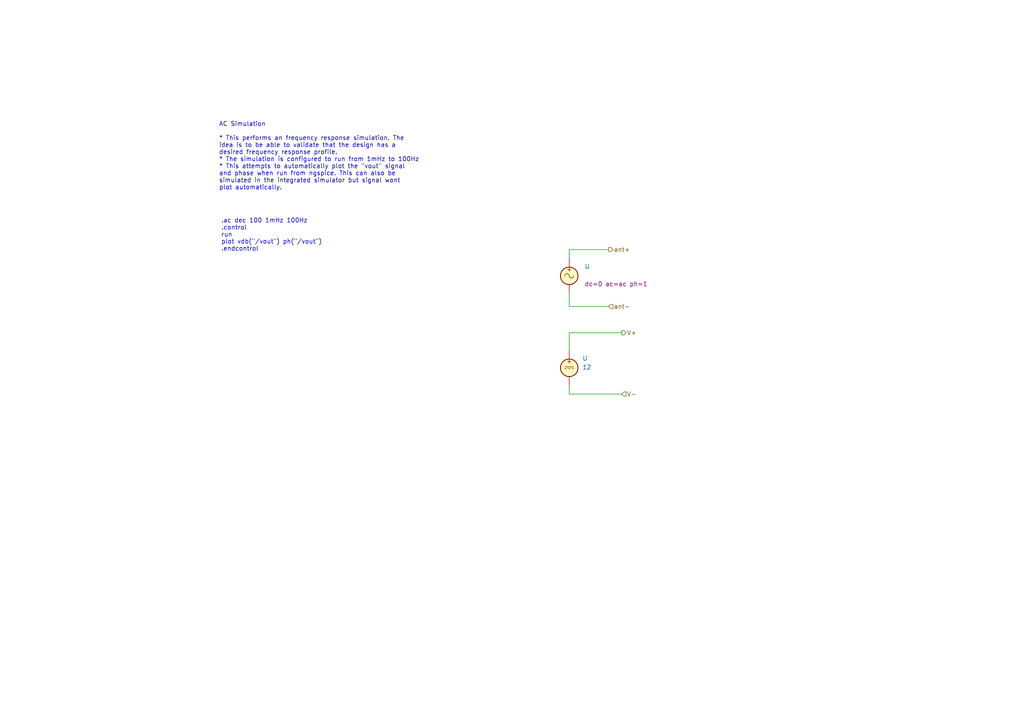
<source format=kicad_sch>
(kicad_sch (version 20220404) (generator eeschema)
  (paper "A4")
  (lib_symbols
    (symbol "Simulation_SPICE:VDC" (pin_numbers hide) (pin_names (offset 0.0254))
      (property "Reference" "V" (at 2.54 2.54 0))
      (property "Value" "VDC" (at 2.54 0 0))
      (property "Spice_Model" "dc(1)" (at 2.54 -2.54 0))
      (symbol "VDC_0_0"
        (polyline (pts (xy -1.27 0.254) (xy 1.27 0.254)))
        (polyline (pts (xy -0.762 -0.254) (xy -1.27 -0.254)))
        (polyline (pts (xy 0.254 -0.254) (xy -0.254 -0.254)))
        (polyline (pts (xy 1.27 -0.254) (xy 0.762 -0.254)))
        (text "+" (at 0 1.905 0) (effects (font (size 1.27 1.27))))
      )
      (symbol "VDC_0_1"
        (circle (center 0 0) (radius 2.54) (stroke (width 0.254)) (fill (type background)))
      )
      (symbol "VDC_1_1"
        (pin passive line (at 0 5.08 270) (length 2.54) (name "~") (number "1"))
        (pin passive line (at 0 -5.08 90) (length 2.54) (name "~") (number "2"))
      )
    )
    (symbol "Simulation_SPICE:VSIN" (pin_numbers hide) (pin_names (offset 0.0254))
      (property "Reference" "V" (at 2.54 2.54 0))
      (property "Value" "VSIN" (at 2.54 0 0))
      (property "Spice_Model" "sin(0 1 1k)" (at 2.54 -2.54 0))
      (symbol "VSIN_0_0"
        (arc (start 0 0) (mid -0.635 0.635) (end -1.27 0))
        (arc (start 0 0) (mid 0.635 -0.635) (end 1.27 0))
        (text "+" (at 0 1.905 0) (effects (font (size 1.27 1.27))))
      )
      (symbol "VSIN_0_1"
        (circle (center 0 0) (radius 2.54) (stroke (width 0.254)) (fill (type background)))
      )
      (symbol "VSIN_1_1"
        (pin passive line (at 0 5.08 270) (length 2.54) (name "~") (number "1"))
        (pin passive line (at 0 -5.08 90) (length 2.54) (name "~") (number "2"))
      )
    )
  )
  (wire (pts (xy 165.1 88.9) (xy 165.1 85.09)))
  (wire (pts (xy 180.34 96.52) (xy 165.1 96.52)))
  (wire (pts (xy 180.34 114.3) (xy 165.1 114.3)))
  (wire (pts (xy 165.1 114.3) (xy 165.1 111.76)))
  (wire (pts (xy 165.1 96.52) (xy 165.1 101.6)))
  (wire (pts (xy 176.53 88.9) (xy 165.1 88.9)))
  (wire (pts (xy 165.1 72.39) (xy 176.53 72.39)))
  (wire (pts (xy 165.1 74.93) (xy 165.1 72.39)))
  (text "AC Simulation\n\n* This performs an frequency response simulation. The\nidea is to be able to validate that the design has a\ndesired frequency response profile.\n* The simulation is configured to run from 1mHz to 100Hz\n* This attempts to automatically plot the \"vout\" signal\nand phase when run from ngspice. This can also be\nsimulated in the integrated simulator but signal wont\nplot automatically.\n" (at 63.5 55.245 0) (effects (font (size 1.27 1.27)) (justify left bottom)))
  (text ".ac dec 100 1mHz 100Hz\n.control\nrun\nplot vdb(\"/vout\") ph(\"/vout\")\n.endcontrol" (at 64.135 73.025 0) (effects (font (size 1.27 1.27)) (justify left bottom)))
  (hierarchical_label "ant-" (shape input) (at 176.53 88.9 0))
  (hierarchical_label "V-" (shape input) (at 180.34 114.3 0))
  (hierarchical_label "ant+" (shape output) (at 176.53 72.39 0))
  (hierarchical_label "V+" (shape output) (at 180.34 96.52 0))
  (symbol (lib_id "Simulation_SPICE:VDC") (at 165.1 106.68 0) (unit 1)
    (default_instance (reference "U") (unit 1) (value "") (footprint ""))
    (property "Reference" "U" (at 168.91 103.9501 0) (effects (justify left)))
    (property "Spice_Netlist_Enabled" "Y" (effects hide))
    (property "Spice_Primitive" "V" (effects hide))
    (property "Spice_Model" "dc 12" (at 168.91 109.0301 0) (effects (justify left)))
  )
  (symbol (lib_id "Simulation_SPICE:VSIN") (at 165.1 80.01 0) (unit 1)
    (default_instance (reference "U") (unit 1) (value "") (footprint ""))
    (property "Reference" "U" (at 169.545 77.2801 0) (effects (justify left)))
    (property "Spice_Netlist_Enabled" "Y" (effects hide))
    (property "Spice_Primitive" "V" (effects hide))
    (property "Spice_Model" "dc 0 ac 1" (at 169.545 82.3601 0) (effects (justify left)))
  )
)
</source>
